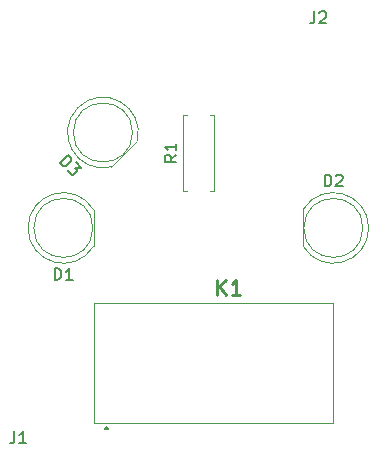
<source format=gto>
G04 #@! TF.GenerationSoftware,KiCad,Pcbnew,5.1.10*
G04 #@! TF.CreationDate,2021-05-03T23:43:23+02:00*
G04 #@! TF.ProjectId,Weichensimulator-rechts,57656963-6865-46e7-9369-6d756c61746f,rev?*
G04 #@! TF.SameCoordinates,Original*
G04 #@! TF.FileFunction,Legend,Top*
G04 #@! TF.FilePolarity,Positive*
%FSLAX46Y46*%
G04 Gerber Fmt 4.6, Leading zero omitted, Abs format (unit mm)*
G04 Created by KiCad (PCBNEW 5.1.10) date 2021-05-03 23:43:23*
%MOMM*%
%LPD*%
G01*
G04 APERTURE LIST*
%ADD10C,0.100000*%
%ADD11C,0.200000*%
%ADD12C,0.120000*%
%ADD13C,0.254000*%
%ADD14C,0.150000*%
%ADD15C,3.200000*%
%ADD16C,1.500000*%
%ADD17C,1.800000*%
%ADD18R,1.800000X1.800000*%
%ADD19O,1.600000X1.600000*%
%ADD20C,1.600000*%
%ADD21O,1.700000X1.700000*%
%ADD22R,1.700000X1.700000*%
G04 APERTURE END LIST*
D10*
X127070000Y-124480000D02*
X147270000Y-124480000D01*
X147270000Y-124480000D02*
X147270000Y-114280000D01*
X147270000Y-114280000D02*
X127070000Y-114280000D01*
X127070000Y-114280000D02*
X127070000Y-124480000D01*
D11*
X128170000Y-124990000D02*
X128170000Y-124990000D01*
X128270000Y-124990000D02*
X128270000Y-124990000D01*
X128170000Y-124990000D02*
X128170000Y-124990000D01*
X128070000Y-124990000D02*
G75*
G02*
X128170000Y-124990000I50000J0D01*
G01*
X127970000Y-124990000D02*
G75*
G02*
X128270000Y-124990000I150000J0D01*
G01*
X128070000Y-124990000D02*
G75*
G02*
X128170000Y-124990000I50000J0D01*
G01*
D12*
X126960000Y-107950000D02*
G75*
G03*
X126960000Y-107950000I-2500000J0D01*
G01*
X127020000Y-109495000D02*
X127020000Y-106405000D01*
X121470000Y-107950462D02*
G75*
G02*
X127020000Y-106405170I2990000J462D01*
G01*
X121470000Y-107949538D02*
G75*
G03*
X127020000Y-109494830I2990000J-462D01*
G01*
X144760000Y-106405000D02*
X144760000Y-109495000D01*
X149820000Y-107950000D02*
G75*
G03*
X149820000Y-107950000I-2500000J0D01*
G01*
X150310000Y-107950462D02*
G75*
G03*
X144760000Y-106405170I-2990000J462D01*
G01*
X150310000Y-107949538D02*
G75*
G02*
X144760000Y-109494830I-2990000J-462D01*
G01*
X130311974Y-99871974D02*
G75*
G03*
X130311974Y-99871974I-2500000J0D01*
G01*
X128529688Y-102774648D02*
X130714648Y-100589688D01*
X125697398Y-97758050D02*
G75*
G02*
X130714528Y-100589808I2114576J-2113924D01*
G01*
X125698050Y-97757398D02*
G75*
G03*
X128529808Y-102774528I2113924J-2114576D01*
G01*
X134910000Y-104810000D02*
X134580000Y-104810000D01*
X134580000Y-104810000D02*
X134580000Y-98390000D01*
X134580000Y-98390000D02*
X134910000Y-98390000D01*
X136870000Y-104810000D02*
X137200000Y-104810000D01*
X137200000Y-104810000D02*
X137200000Y-98390000D01*
X137200000Y-98390000D02*
X136870000Y-98390000D01*
D13*
X137492619Y-113604523D02*
X137492619Y-112334523D01*
X138218333Y-113604523D02*
X137674047Y-112878809D01*
X138218333Y-112334523D02*
X137492619Y-113060238D01*
X139427857Y-113604523D02*
X138702142Y-113604523D01*
X139065000Y-113604523D02*
X139065000Y-112334523D01*
X138944047Y-112515952D01*
X138823095Y-112636904D01*
X138702142Y-112697380D01*
D14*
X123721904Y-112362380D02*
X123721904Y-111362380D01*
X123960000Y-111362380D01*
X124102857Y-111410000D01*
X124198095Y-111505238D01*
X124245714Y-111600476D01*
X124293333Y-111790952D01*
X124293333Y-111933809D01*
X124245714Y-112124285D01*
X124198095Y-112219523D01*
X124102857Y-112314761D01*
X123960000Y-112362380D01*
X123721904Y-112362380D01*
X125245714Y-112362380D02*
X124674285Y-112362380D01*
X124960000Y-112362380D02*
X124960000Y-111362380D01*
X124864761Y-111505238D01*
X124769523Y-111600476D01*
X124674285Y-111648095D01*
X146581904Y-104442380D02*
X146581904Y-103442380D01*
X146820000Y-103442380D01*
X146962857Y-103490000D01*
X147058095Y-103585238D01*
X147105714Y-103680476D01*
X147153333Y-103870952D01*
X147153333Y-104013809D01*
X147105714Y-104204285D01*
X147058095Y-104299523D01*
X146962857Y-104394761D01*
X146820000Y-104442380D01*
X146581904Y-104442380D01*
X147534285Y-103537619D02*
X147581904Y-103490000D01*
X147677142Y-103442380D01*
X147915238Y-103442380D01*
X148010476Y-103490000D01*
X148058095Y-103537619D01*
X148105714Y-103632857D01*
X148105714Y-103728095D01*
X148058095Y-103870952D01*
X147486666Y-104442380D01*
X148105714Y-104442380D01*
X124170038Y-102470086D02*
X124877144Y-101762979D01*
X125045503Y-101931338D01*
X125112847Y-102066025D01*
X125112847Y-102200712D01*
X125079175Y-102301727D01*
X124978160Y-102470086D01*
X124877144Y-102571101D01*
X124708786Y-102672117D01*
X124607770Y-102705788D01*
X124473083Y-102705788D01*
X124338396Y-102638445D01*
X124170038Y-102470086D01*
X125516908Y-102402742D02*
X125954641Y-102840475D01*
X125449564Y-102874147D01*
X125550580Y-102975162D01*
X125584251Y-103076178D01*
X125584251Y-103143521D01*
X125550580Y-103244536D01*
X125382221Y-103412895D01*
X125281206Y-103446567D01*
X125213862Y-103446567D01*
X125112847Y-103412895D01*
X124910816Y-103210865D01*
X124877144Y-103109849D01*
X124877144Y-103042506D01*
X134032380Y-101766666D02*
X133556190Y-102100000D01*
X134032380Y-102338095D02*
X133032380Y-102338095D01*
X133032380Y-101957142D01*
X133080000Y-101861904D01*
X133127619Y-101814285D01*
X133222857Y-101766666D01*
X133365714Y-101766666D01*
X133460952Y-101814285D01*
X133508571Y-101861904D01*
X133556190Y-101957142D01*
X133556190Y-102338095D01*
X134032380Y-100814285D02*
X134032380Y-101385714D01*
X134032380Y-101100000D02*
X133032380Y-101100000D01*
X133175238Y-101195238D01*
X133270476Y-101290476D01*
X133318095Y-101385714D01*
X120316666Y-125182380D02*
X120316666Y-125896666D01*
X120269047Y-126039523D01*
X120173809Y-126134761D01*
X120030952Y-126182380D01*
X119935714Y-126182380D01*
X121316666Y-126182380D02*
X120745238Y-126182380D01*
X121030952Y-126182380D02*
X121030952Y-125182380D01*
X120935714Y-125325238D01*
X120840476Y-125420476D01*
X120745238Y-125468095D01*
X145716666Y-89622380D02*
X145716666Y-90336666D01*
X145669047Y-90479523D01*
X145573809Y-90574761D01*
X145430952Y-90622380D01*
X145335714Y-90622380D01*
X146145238Y-89717619D02*
X146192857Y-89670000D01*
X146288095Y-89622380D01*
X146526190Y-89622380D01*
X146621428Y-89670000D01*
X146669047Y-89717619D01*
X146716666Y-89812857D01*
X146716666Y-89908095D01*
X146669047Y-90050952D01*
X146097619Y-90622380D01*
X146716666Y-90622380D01*
%LPC*%
D15*
X120650000Y-92710000D03*
D16*
X128270000Y-123190000D03*
X130810000Y-123190000D03*
X135890000Y-123190000D03*
X140970000Y-123190000D03*
X146050000Y-123190000D03*
X146050000Y-115570000D03*
X140970000Y-115570000D03*
X135890000Y-115570000D03*
X130810000Y-115570000D03*
X128270000Y-115570000D03*
D17*
X123190000Y-107950000D03*
D18*
X125730000Y-107950000D03*
X146050000Y-107950000D03*
D17*
X148590000Y-107950000D03*
X126913949Y-98973949D03*
D10*
G36*
X129982792Y-100770000D02*
G01*
X128710000Y-102042792D01*
X127437208Y-100770000D01*
X128710000Y-99497208D01*
X129982792Y-100770000D01*
G37*
D19*
X135890000Y-97790000D03*
D20*
X135890000Y-105410000D03*
D21*
X118110000Y-123190000D03*
D22*
X120650000Y-123190000D03*
X140970000Y-90170000D03*
D21*
X140970000Y-92710000D03*
X143510000Y-92710000D03*
D22*
X143510000Y-90170000D03*
D15*
X151130000Y-123190000D03*
M02*

</source>
